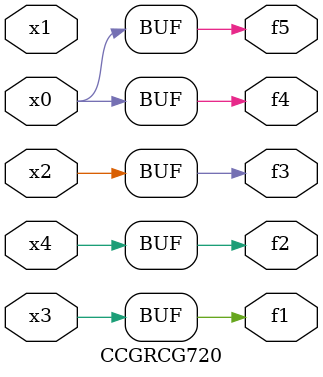
<source format=v>
module CCGRCG720(
	input x0, x1, x2, x3, x4,
	output f1, f2, f3, f4, f5
);
	assign f1 = x3;
	assign f2 = x4;
	assign f3 = x2;
	assign f4 = x0;
	assign f5 = x0;
endmodule

</source>
